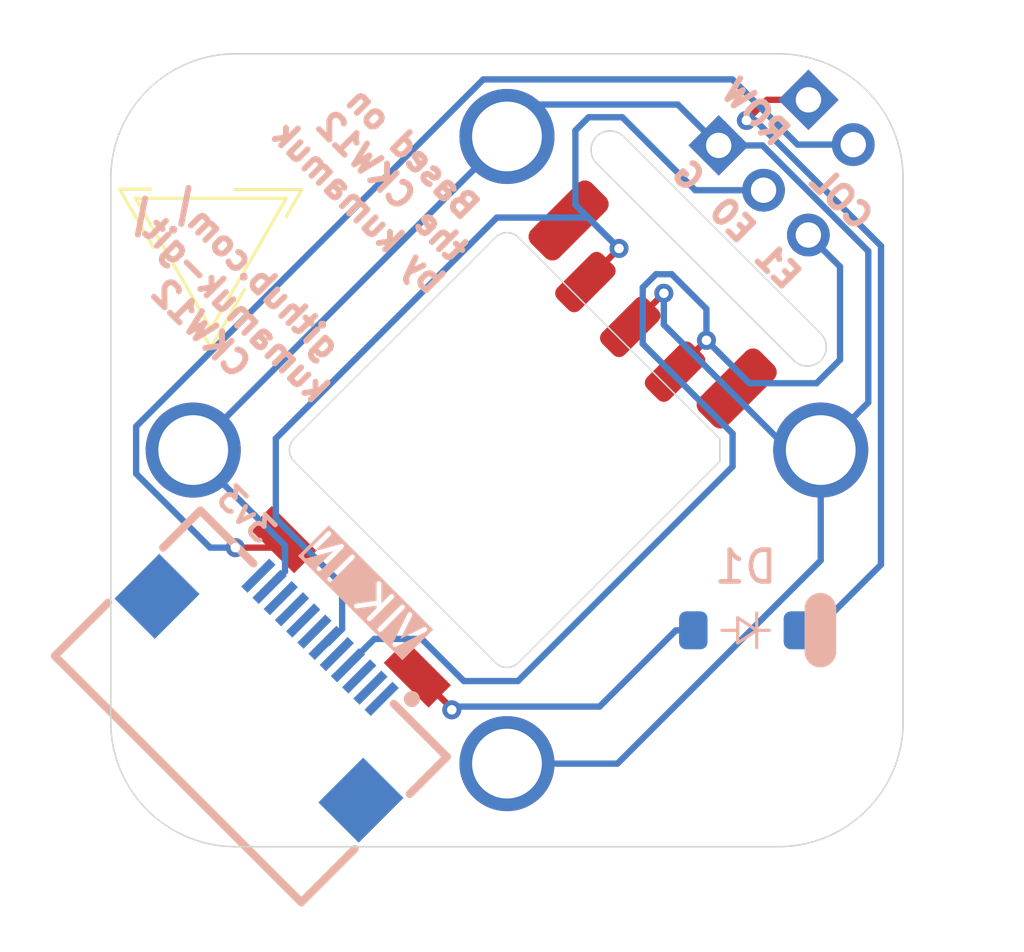
<source format=kicad_pcb>
(kicad_pcb (version 20241229) (generator "pcbnew") (generator_version "9.0")
  (layers (0 "F.Cu" signal) (2 "B.Cu" signal) (13 "F.Paste" user) (15 "B.Paste" user) (5 "F.SilkS" user "F.Silkscreen") (7 "B.SilkS" user "B.Silkscreen") (1 "F.Mask" user) (3 "B.Mask" user) (25 "Edge.Cuts" user))
  (net 0 "")
  (net 1 "GND")
  (net 2 "ROW")
  (net 3 "Net-(D1-A)")
  (net 9 "ENC1")
  (net 14 "ENC0")
  (net 15 "COL")
  (footprint "RollerVikCKW12:EC05E1220202" (layer "F.Cu") (at 119.760913 67.969087 45)
    (property "Reference" "SW1" (hide yes))
    (property "Value" "RotaryEncoder" (hide yes))
    (pad "" smd roundrect (at 6.500001 -3.75 45) (size 2.7 1.25) (layers "F.Cu" "F.Mask" "F.Paste"))
    (pad "" smd roundrect (at 6.500001 3.75 45) (size 2.7 1.25) (layers "F.Cu" "F.Mask" "F.Paste"))
    (pad "A" smd roundrect (at 5.5 2 45) (size 2 1) (layers "F.Cu" "F.Mask" "F.Paste") (net 9 "ENC1"))
    (pad "B" smd roundrect (at 5.5 -2 45) (size 2 1) (layers "F.Cu" "F.Mask" "F.Paste") (net 14 "ENC0"))
    (pad "C" smd roundrect (at 5.5 0 45) (size 2 1) (layers "F.Cu" "F.Mask" "F.Paste") (net 1 "GND"))
  )
  (footprint "Connector_PinHeader_2.00mm:PinHeader_1x02_P2.00mm_Vertical" (layer "F.Cu") (at 129.272893 56.912893 45)
    (property "Reference" "J7" (hide yes))
    (property "Value" "Conn_01x02")
    (pad "1" thru_hole rect (at 0 0 45) (size 1.35 1.35) (drill 0.8) (layers "*.Cu" "*.Mask") (net 2 "ROW"))
    (pad "2" thru_hole circle (at 0 2.000001 45) (size 1.35 1.35) (drill 0.8) (layers "*.Cu" "*.Mask") (net 15 "COL"))
  )
  (footprint "RollerVikCKW12:my_mount_hole_M2_pad" (layer "F.Cu") (at 109.861418 67.969087 -45)
    (property "Reference" "J4")
    (property "Value" "Conn_01x01_Pin")
    (pad "1" thru_hole circle (at 0 0 315) (size 3 3) (drill 2.2) (layers "*.Cu" "*.Mask") (net 1 "GND"))
  )
  (footprint "Connector_PinHeader_2.00mm:PinHeader_1x03_P2.00mm_Vertical" (layer "F.Cu") (at 126.441573 58.352435 45)
    (property "Reference" "J8" (hide yes))
    (property "Value" "Conn_01x03")
    (pad "1" thru_hole rect (at 0 0 45) (size 1.35 1.35) (drill 0.8) (layers "*.Cu" "*.Mask") (net 1 "GND"))
    (pad "2" thru_hole circle (at 0 2.000001 45) (size 1.35 1.35) (drill 0.8) (layers "*.Cu" "*.Mask") (net 14 "ENC0"))
    (pad "3" thru_hole circle (at 0 4 45) (size 1.35 1.35) (drill 0.8) (layers "*.Cu" "*.Mask") (net 9 "ENC1"))
  )
  (footprint "RollerVikCKW12:my_mount_hole_M2_pad" (layer "F.Cu") (at 129.660408 67.969087 45)
    (property "Reference" "J2")
    (property "Value" "Conn_01x01_Pin")
    (pad "1" thru_hole circle (at 0 0 45) (size 3 3) (drill 2.2) (layers "*.Cu" "*.Mask") (net 1 "GND"))
  )
  (footprint "RollerVikCKW12:vik-logo-small" (layer "F.Cu") (at 110.42 61.54)
    (property "Reference" "REF**")
    (property "Value" "vik-logo-small")
    (fp_line (start -2.880161 -1.806346) (end -1.892323 -1.805976) (stroke (width 0.1)) (layer "F.SilkS"))
    (fp_line (start -2.383804 -1.52) (end 2.38 -1.52) (stroke (width 0.1)) (layer "F.SilkS"))
    (fp_line (start -1.815689 0.036813) (end -2.880161 -1.806346) (stroke (width 0.1)) (layer "F.SilkS"))
    (fp_line (start -0.001902 2.605575) (end -2.383804 -1.52) (stroke (width 0.1)) (layer "F.SilkS"))
    (fp_line (start 0.000114 3.195112) (end -0.493459 2.339419) (stroke (width 0.1)) (layer "F.SilkS"))
    (fp_line (start 0.741256 -1.793386) (end 2.869715 -1.793686) (stroke (width 0.1)) (layer "F.SilkS"))
    (fp_line (start 1.064084 1.351662) (end 0.000114 3.195112) (stroke (width 0.1)) (layer "F.SilkS"))
    (fp_line (start 2.38 -1.52) (end -0.001902 2.605575) (stroke (width 0.1)) (layer "F.SilkS"))
    (fp_line (start 2.869715 -1.793686) (end 2.375449 -0.938393) (stroke (width 0.1)) (layer "F.SilkS"))
  )
  (footprint "RollerVikCKW12:my_mount_hole_M2_pad" (layer "F.Cu") (at 119.760913 77.868582 135)
    (property "Reference" "J3")
    (property "Value" "Conn_01x01_Pin")
    (pad "1" thru_hole circle (at 0 0 135) (size 3 3) (drill 2.2) (layers "*.Cu" "*.Mask") (net 1 "GND"))
  )
  (footprint "RollerVikCKW12:my_mount_hole_M2_pad" (layer "F.Cu") (at 119.760913 58.069592 45)
    (property "Reference" "J1")
    (property "Value" "Conn_01x01_Pin")
    (pad "1" thru_hole circle (at 0 0 45) (size 3 3) (drill 2.2) (layers "*.Cu" "*.Mask") (net 1 "GND"))
  )
  (footprint "MountingHole:MountingHole_2.2mm_M2_ISO7380" (layer "F.Cu") (at 110.823806 57.429728)
    (property "Reference" "REF**" (hide yes))
    (property "Value" "MountingHole_2.2mm_M2_ISO7380" (hide yes))
    (pad "" np_thru_hole circle (at 0 0) (size 2.2 2.2) (drill 2.2) (layers "*.Cu" "*.Mask"))
  )
  (footprint "RollerVikCKW12:SKQYACE010" (layer "F.Cu") (at 114.811166 72.918834 -45)
    (property "Reference" "SW2" (hide yes))
    (property "Value" "SW_DPST_x2" (hide yes))
    (pad "1" smd rect (at 3 0 315) (size 2 1) (layers "F.Cu" "F.Mask" "F.Paste") (net 3 "Net-(D1-A)"))
    (pad "2" smd rect (at -3 0 315) (size 2 1) (layers "F.Cu" "F.Mask" "F.Paste") (net 15 "COL"))
  )
  (footprint "MountingHole:MountingHole_2.2mm_M2_ISO7380" (layer "F.Cu") (at 128.813806 78.419728 90)
    (property "Reference" "REF**" (hide yes))
    (property "Value" "MountingHole_2.2mm_M2_ISO7380" (hide yes))
    (pad "" np_thru_hole circle (at 0 0 90) (size 2.2 2.2) (drill 2.2) (layers "*.Cu" "*.Mask"))
  )
  (footprint "Diode_SMD:D_SOD-123" (layer "B.Cu") (at 127.29 73.66 180)
    (property "Reference" "D1" (at 0 2 0) (layer "B.SilkS") (effects (justify mirror)))
    (property "Value" "D")
    (fp_line (start 0.25 0.4) (end 0.25 -0.4) (stroke (width 0.1)) (layer "B.SilkS"))
    (fp_line (start 0.25 0) (end 0.75 0) (stroke (width 0.1)) (layer "B.SilkS"))
    (fp_line (start 0.25 -0.4) (end -0.35 0) (stroke (width 0.1)) (layer "B.SilkS"))
    (fp_line (start -0.35 0) (end 0.25 0.4) (stroke (width 0.1)) (layer "B.SilkS"))
    (fp_line (start -0.35 0) (end -0.35 0.55) (stroke (width 0.1)) (layer "B.SilkS"))
    (fp_line (start -0.35 0) (end -0.35 -0.55) (stroke (width 0.1)) (layer "B.SilkS"))
    (fp_line (start -0.75 0) (end -0.35 0) (stroke (width 0.1)) (layer "B.SilkS"))
    (fp_line (start -2.36 0.68) (end -2.36 -0.67) (stroke (width 1)) (layer "B.SilkS"))
    (pad "1" smd roundrect (at -1.65 0 180) (size 0.9 1.2) (layers "B.Cu" "B.Mask" "B.Paste") (net 2 "ROW"))
    (pad "2" smd roundrect (at 1.65 0 180) (size 0.9 1.2) (layers "B.Cu" "B.Mask" "B.Paste") (net 3 "Net-(D1-A)"))
  )
  (footprint "RollerVikCKW12:vik-module-connector-horizontal" (layer "B.Cu") (at 112.42 75.32 135)
    (property "Reference" "J6" (hide yes))
    (property "Value" "vik-module-connector")
    (fp_line (start 5.5 -4.295) (end 5.5 -1.912) (stroke (width 0.254)) (layer "B.SilkS"))
    (fp_line (start 5.5 -4.295) (end -5.5 -4.295) (stroke (width 0.254)) (layer "B.SilkS"))
    (fp_line (start 5.5 0.539) (end 5.5 2.2) (stroke (width 0.254)) (layer "B.SilkS"))
    (fp_line (start 5.5 2.2) (end 3.131 2.2) (stroke (width 0.254)) (layer "B.SilkS"))
    (fp_line (start -5.5 -4.295) (end -5.5 -1.912) (stroke (width 0.254)) (layer "B.SilkS"))
    (fp_line (start -5.5 0.539) (end -5.5 2.2) (stroke (width 0.254)) (layer "B.SilkS"))
    (fp_line (start -5.5 2.2) (end -3.131 2.2) (stroke (width 0.254)) (layer "B.SilkS"))
    (fp_circle (center -3.429 2.708) (end -3.302 2.708) (stroke (width 0.254)) (fill no) (layer "B.SilkS"))
    (fp_text user "VIK IN" (at -2.36 3.42 315) (layer "B.SilkS" knockout) (effects (justify left bottom mirror)))
    (fp_text user "3v3" (at 3.3 2.7 315) (layer "B.SilkS") (effects (font (size 0.75 0.75)) (justify left bottom mirror)))
    (pad "1" smd rect (at -2.75 2.038 135) (size 0.28 1.25) (layers "B.Cu" "B.Mask" "B.Paste"))
    (pad "2" smd rect (at -2.25 2.038 135) (size 0.28 1.25) (layers "B.Cu" "B.Mask" "B.Paste"))
    (pad "3" smd rect (at -1.749999 2.038 135) (size 0.28 1.25) (layers "B.Cu" "B.Mask" "B.Paste"))
    (pad "4" smd rect (at -1.25 2.038 135) (size 0.28 1.25) (layers "B.Cu" "B.Mask" "B.Paste") (net 9 "ENC1"))
    (pad "5" smd rect (at -0.75 2.038001 135) (size 0.28 1.25) (layers "B.Cu" "B.Mask" "B.Paste"))
    (pad "6" smd rect (at -0.25 2.038 135) (size 0.28 1.25) (layers "B.Cu" "B.Mask" "B.Paste") (net 14 "ENC0"))
    (pad "7" smd rect (at 0.25 2.038 135) (size 0.28 1.25) (layers "B.Cu" "B.Mask" "B.Paste"))
    (pad "8" smd rect (at 0.75 2.038001 135) (size 0.28 1.25) (layers "B.Cu" "B.Mask" "B.Paste"))
    (pad "9" smd rect (at 1.25 2.038 135) (size 0.28 1.25) (layers "B.Cu" "B.Mask" "B.Paste"))
    (pad "10" smd rect (at 1.749999 2.038 135) (size 0.28 1.25) (layers "B.Cu" "B.Mask" "B.Paste"))
    (pad "11" smd rect (at 2.25 2.038 135) (size 0.28 1.25) (layers "B.Cu" "B.Mask" "B.Paste") (net 1 "GND"))
    (pad "12" smd rect (at 2.75 2.038 135) (size 0.28 1.25) (layers "B.Cu" "B.Mask" "B.Paste"))
    (pad "13" smd rect (at 4.55 -0.686 135) (size 1.8 2) (layers "B.Cu" "B.Mask" "B.Paste"))
    (pad "14" smd rect (at -4.55 -0.686 135) (size 1.8 2) (layers "B.Cu" "B.Mask" "B.Paste"))
  )
  (gr_line (start 132.26 76.55) (end 132.26 59.4) (stroke (width 0.05)) (layer "Edge.Cuts"))
  (gr_arc (start 113.043399 68.32264) (mid 112.896953 67.969087) (end 113.043399 67.615534) (stroke (width 0.05)) (layer "Edge.Cuts"))
  (gr_line (start 111.2 80.49) (end 128.32 80.49) (stroke (width 0.05)) (layer "Edge.Cuts"))
  (gr_arc (start 129.660452 64.292178) (mid 129.836169 64.716427) (end 129.660408 65.140658) (stroke (width 0.05)) (layer "Edge.Cuts"))
  (gr_line (start 126.478427 68.32264) (end 120.114466 74.686601) (stroke (width 0.05)) (layer "Edge.Cuts"))
  (gr_arc (start 122.58934 58.91812) (mid 122.413604 58.493856) (end 122.58934 58.069592) (stroke (width 0.05)) (layer "Edge.Cuts"))
  (gr_arc (start 128.32 55.46) (mid 131.10601 56.61399) (end 132.26 59.4) (stroke (width 0.05)) (layer "Edge.Cuts"))
  (gr_line (start 119.40736 74.686601) (end 113.043399 68.32264) (stroke (width 0.05)) (layer "Edge.Cuts"))
  (gr_line (start 107.26 59.4) (end 107.26 76.55) (stroke (width 0.05)) (layer "Edge.Cuts"))
  (gr_line (start 126.478427 67.615534) (end 126.478427 68.32264) (stroke (width 0.05)) (layer "Edge.Cuts"))
  (gr_arc (start 120.114466 74.686601) (mid 119.760913 74.833047) (end 119.40736 74.686601) (stroke (width 0.05)) (layer "Edge.Cuts"))
  (gr_arc (start 119.40736 61.251573) (mid 119.760913 61.105127) (end 120.114466 61.251573) (stroke (width 0.05)) (layer "Edge.Cuts"))
  (gr_line (start 122.58934 58.91812) (end 128.81188 65.14066) (stroke (width 0.05)) (layer "Edge.Cuts"))
  (gr_line (start 128.32 55.46) (end 111.2 55.46) (stroke (width 0.05)) (layer "Edge.Cuts"))
  (gr_line (start 129.660498 64.292132) (end 123.437958 58.069592) (stroke (width 0.05)) (layer "Edge.Cuts"))
  (gr_line (start 120.114466 61.251573) (end 126.478427 67.615534) (stroke (width 0.05)) (layer "Edge.Cuts"))
  (gr_arc (start 122.58943 58.069592) (mid 123.013694 57.893856) (end 123.437958 58.069592) (stroke (width 0.05)) (layer "Edge.Cuts"))
  (gr_arc (start 107.26 59.4) (mid 108.414 56.614) (end 111.2 55.46) (stroke (width 0.05)) (layer "Edge.Cuts"))
  (gr_arc (start 129.660408 65.14066) (mid 129.236144 65.316396) (end 128.81188 65.14066) (stroke (width 0.05)) (layer "Edge.Cuts"))
  (gr_line (start 113.043399 67.615534) (end 119.40736 61.251573) (stroke (width 0.05)) (layer "Edge.Cuts"))
  (gr_arc (start 132.26 76.55) (mid 131.106014 79.336014) (end 128.32 80.49) (stroke (width 0.05)) (layer "Edge.Cuts"))
  (gr_arc (start 111.2 80.49) (mid 108.414008 79.335992) (end 107.26 76.55) (stroke (width 0.05)) (layer "Edge.Cuts"))
  (gr_text "Based on\nthe CKW12 \nby kumamuk" (at 114.76 60.62 315) (layer "B.SilkS") (effects (font (size 0.75 0.75) (thickness 0.1875) (bold yes)) (justify bottom mirror)))
  (gr_text "E0" (at 127.14 61.6 315) (layer "B.SilkS") (effects (font (size 0.75 0.75) (thickness 0.1875) (bold yes)) (justify left bottom mirror)))
  (gr_text "ROW" (at 128.22 58.54 315) (layer "B.SilkS") (effects (font (size 0.75 0.75) (thickness 0.1875) (bold yes)) (justify left bottom mirror)))
  (gr_text "E1" (at 128.57 63.06 315) (layer "B.SilkS") (effects (font (size 0.75 0.75) (thickness 0.1875) (bold yes)) (justify left bottom mirror)))
  (gr_text "COL" (at 130.85 61.2 315) (layer "B.SilkS") (effects (font (size 0.75 0.75) (thickness 0.1875) (bold yes)) (justify left bottom mirror)))
  (gr_text "github.com/\nkumamuk-git/\nCKW12" (at 109.79 64.44 315) (layer "B.SilkS") (effects (font (size 0.75 0.75) (thickness 0.1875) (bold yes)) (justify bottom mirror)))
  (gr_text "G" (at 125.53 59.98 315) (layer "B.SilkS") (effects (font (size 0.75 0.75) (thickness 0.1875) (bold yes)) (justify left bottom mirror)))
  (segment (start 109.861418 67.969087) (end 110.214971 67.615534) (width 0.2) (layer "F.Cu") (net 1))
  (segment (start 124.71066 63.01934) (end 123.720711 64.009289) (width 0.2) (layer "F.Cu") (net 1))
  (via (at 124.71066 63.01934) (size 0.6) (drill 0.3) (layers "F.Cu" "B.Cu") (net 1))
  (segment (start 128.669043 67.969087) (end 129.660408 67.969087) (width 0.2) (layer "B.Cu") (net 1))
  (segment (start 129.660408 71.453432) (end 129.660408 67.969087) (width 0.2) (layer "B.Cu") (net 1))
  (segment (start 112.758477 70.985577) (end 109.861418 68.088518) (width 0.2) (layer "B.Cu") (net 1))
  (segment (start 120.768555 57.06195) (end 119.760913 58.069592) (width 0.2) (layer "B.Cu") (net 1))
  (segment (start 119.760913 58.069592) (end 109.861418 67.969087) (width 0.2) (layer "B.Cu") (net 1))
  (segment (start 109.861418 68.088518) (end 109.861418 67.969087) (width 0.2) (layer "B.Cu") (net 1))
  (segment (start 126.441573 58.352435) (end 125.151088 57.06195) (width 0.2) (layer "B.Cu") (net 1))
  (segment (start 129.660408 67.969087) (end 129.306855 67.615534) (width 0.2) (layer "B.Cu") (net 1))
  (segment (start 112.758477 71.799542) (end 112.758477 70.985577) (width 0.2) (layer "B.Cu") (net 1))
  (segment (start 125.151088 57.06195) (end 120.768555 57.06195) (width 0.2) (layer "B.Cu") (net 1))
  (segment (start 112.270093 72.287926) (end 112.758477 71.799542) (width 0.2) (layer "B.Cu") (net 1))
  (segment (start 119.760913 77.868582) (end 123.245258 77.868582) (width 0.2) (layer "B.Cu") (net 1))
  (segment (start 124.71066 64.010704) (end 128.669043 67.969087) (width 0.2) (layer "B.Cu") (net 1))
  (segment (start 124.71066 63.01934) (end 124.71066 64.010704) (width 0.2) (layer "B.Cu") (net 1))
  (segment (start 123.245258 77.868582) (end 129.660408 71.453432) (width 0.2) (layer "B.Cu") (net 1))
  (segment (start 131.160408 61.690997) (end 127.821846 58.352435) (width 0.2) (layer "B.Cu") (net 1))
  (segment (start 129.660408 67.969087) (end 131.160408 66.469087) (width 0.2) (layer "B.Cu") (net 1))
  (segment (start 131.160408 66.469087) (end 131.160408 61.690997) (width 0.2) (layer "B.Cu") (net 1))
  (segment (start 127.821846 58.352435) (end 126.441573 58.352435) (width 0.2) (layer "B.Cu") (net 1))
  (segment (start 127.31542 57.56458) (end 127.967107 56.912893) (width 0.2) (layer "F.Cu") (net 2))
  (segment (start 127.967107 56.912893) (end 129.272893 56.912893) (width 0.2) (layer "F.Cu") (net 2))
  (via (at 127.31542 57.56458) (size 0.6) (drill 0.3) (layers "F.Cu" "B.Cu") (net 2))
  (segment (start 131.561408 61.524897) (end 127.601091 57.56458) (width 0.2) (layer "B.Cu") (net 2))
  (segment (start 131.561408 71.588592) (end 131.561408 61.524897) (width 0.2) (layer "B.Cu") (net 2))
  (segment (start 127.601091 57.56458) (end 127.31542 57.56458) (width 0.2) (layer "B.Cu") (net 2))
  (segment (start 129.49 73.66) (end 128.94 73.66) (width 0.2) (layer "B.Cu") (net 2))
  (segment (start 129.49 73.66) (end 131.561408 71.588592) (width 0.2) (layer "B.Cu") (net 2))
  (segment (start 118.02 76.127668) (end 116.932486 75.040154) (width 0.2) (layer "F.Cu") (net 3))
  (segment (start 118.02 76.17) (end 118.02 76.127668) (width 0.2) (layer "F.Cu") (net 3))
  (via (at 118.02 76.17) (size 0.6) (drill 0.3) (layers "F.Cu" "B.Cu") (net 3))
  (segment (start 122.682418 76.067582) (end 118.122418 76.067582) (width 0.2) (layer "B.Cu") (net 3))
  (segment (start 125.09 73.66) (end 125.64 73.66) (width 0.2) (layer "B.Cu") (net 3))
  (segment (start 125.09 73.66) (end 122.682418 76.067582) (width 0.2) (layer "B.Cu") (net 3))
  (segment (start 118.122418 76.067582) (end 118.02 76.17) (width 0.2) (layer "B.Cu") (net 3))
  (segment (start 125.064214 65.494213) (end 125.771321 64.787106) (width 0.2) (layer "F.Cu") (net 9))
  (segment (start 126.054163 64.504264) (end 125.134925 65.423503) (width 0.2) (layer "F.Cu") (net 9))
  (via (at 126.054163 64.504264) (size 0.6) (drill 0.3) (layers "F.Cu" "B.Cu") (net 9))
  (segment (start 130.269149 62.180011) (end 129.27 61.180862) (width 0.2) (layer "B.Cu") (net 9))
  (segment (start 124.461717 62.41834) (end 124.044997 62.83506) (width 0.2) (layer "B.Cu") (net 9))
  (segment (start 126.054163 64.504264) (end 126.054163 63.5129) (width 0.2) (layer "B.Cu") (net 9))
  (segment (start 126.879427 67.449434) (end 126.879427 68.48874) (width 0.2) (layer "B.Cu") (net 9))
  (segment (start 118.402188 75.262188) (end 117.07 73.93) (width 0.2) (layer "B.Cu") (net 9))
  (segment (start 124.959603 62.41834) (end 124.461717 62.41834) (width 0.2) (layer "B.Cu") (net 9))
  (segment (start 127.409899 65.86) (end 129.529393 65.86) (width 0.2) (layer "B.Cu") (net 9))
  (segment (start 120.105979 75.262188) (end 118.402188 75.262188) (width 0.2) (layer "B.Cu") (net 9))
  (segment (start 126.054163 64.504264) (end 127.409899 65.86) (width 0.2) (layer "B.Cu") (net 9))
  (segment (start 124.044997 64.615004) (end 126.879427 67.449434) (width 0.2) (layer "B.Cu") (net 9))
  (segment (start 115.577767 73.93) (end 114.744967 74.7628) (width 0.2) (layer "B.Cu") (net 9))
  (segment (start 130.269149 65.120244) (end 130.269149 62.180011) (width 0.2) (layer "B.Cu") (net 9))
  (segment (start 129.529393 65.86) (end 130.269149 65.120244) (width 0.2) (layer "B.Cu") (net 9))
  (segment (start 117.07 73.93) (end 115.577767 73.93) (width 0.2) (layer "B.Cu") (net 9))
  (segment (start 124.044997 62.83506) (end 124.044997 64.615004) (width 0.2) (layer "B.Cu") (net 9))
  (segment (start 126.054163 63.5129) (end 124.959603 62.41834) (width 0.2) (layer "B.Cu") (net 9))
  (segment (start 126.879427 68.48874) (end 120.105979 75.262188) (width 0.2) (layer "B.Cu") (net 9))
  (segment (start 122.235787 62.665786) (end 123.296447 61.605126) (width 0.2) (layer "F.Cu") (net 14))
  (via (at 123.296447 61.605126) (size 0.6) (drill 0.3) (layers "F.Cu" "B.Cu") (net 14))
  (segment (start 114.121297 74.055693) (end 114.03786 74.055693) (width 0.2) (layer "B.Cu") (net 14))
  (segment (start 114.56 73.61699) (end 114.121297 74.055693) (width 0.2) (layer "B.Cu") (net 14))
  (segment (start 122.321321 60.63) (end 119.440573 60.63) (width 0.2) (layer "B.Cu") (net 14))
  (segment (start 123.296447 61.605126) (end 122.321321 60.63) (width 0.2) (layer "B.Cu") (net 14))
  (segment (start 123.296447 61.605126) (end 121.92 60.228679) (width 0.2) (layer "B.Cu") (net 14))
  (segment (start 121.92 57.88) (end 122.33705 57.46295) (width 0.2) (layer "B.Cu") (net 14))
  (segment (start 122.33705 57.46295) (end 123.398416 57.46295) (width 0.2) (layer "B.Cu") (net 14))
  (segment (start 119.440573 60.63) (end 112.467836 67.602737) (width 0.2) (layer "B.Cu") (net 14))
  (segment (start 112.467836 67.602737) (end 112.467836 70.127836) (width 0.2) (layer "B.Cu") (net 14))
  (segment (start 123.398416 57.46295) (end 125.702115 59.766649) (width 0.2) (layer "B.Cu") (net 14))
  (segment (start 114.56 72.22) (end 114.56 73.61699) (width 0.2) (layer "B.Cu") (net 14))
  (segment (start 125.702115 59.766649) (end 127.855787 59.766649) (width 0.2) (layer "B.Cu") (net 14))
  (segment (start 112.467836 70.127836) (end 114.56 72.22) (width 0.2) (layer "B.Cu") (net 14))
  (segment (start 121.92 60.228679) (end 121.92 57.88) (width 0.2) (layer "B.Cu") (net 14))
  (segment (start 112.43736 71.05) (end 112.689846 70.797514) (width 0.2) (layer "F.Cu") (net 15))
  (segment (start 111.19 71.05) (end 112.43736 71.05) (width 0.2) (layer "F.Cu") (net 15))
  (via (at 111.19 71.05) (size 0.6) (drill 0.3) (layers "F.Cu" "B.Cu") (net 15))
  (segment (start 128.930718 58.327107) (end 126.872203 56.268592) (width 0.2) (layer "B.Cu") (net 15))
  (segment (start 108.060418 68.715086) (end 110.395332 71.05) (width 0.2) (layer "B.Cu") (net 15))
  (segment (start 130.687107 58.327107) (end 128.930718 58.327107) (width 0.2) (layer "B.Cu") (net 15))
  (segment (start 110.395332 71.05) (end 111.19 71.05) (width 0.2) (layer "B.Cu") (net 15))
  (segment (start 126.872203 56.268592) (end 119.014914 56.268592) (width 0.2) (layer "B.Cu") (net 15))
  (segment (start 119.014914 56.268592) (end 108.060418 67.223088) (width 0.2) (layer "B.Cu") (net 15))
  (segment (start 108.060418 67.223088) (end 108.060418 68.715086) (width 0.2) (layer "B.Cu") (net 15))
)
</source>
